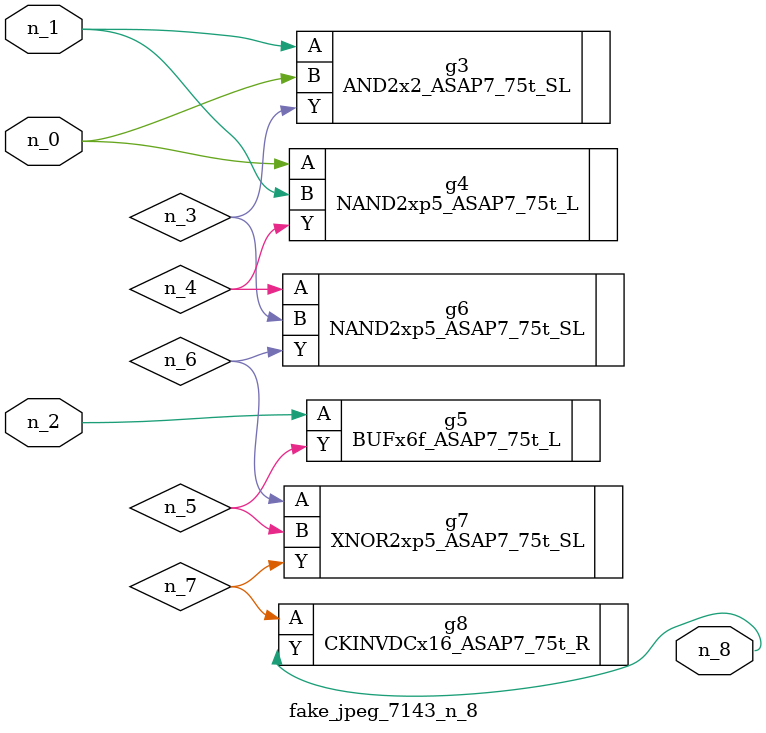
<source format=v>
module fake_jpeg_7143_n_8 (n_0, n_2, n_1, n_8);

input n_0;
input n_2;
input n_1;

output n_8;

wire n_3;
wire n_4;
wire n_6;
wire n_5;
wire n_7;

AND2x2_ASAP7_75t_SL g3 ( 
.A(n_1),
.B(n_0),
.Y(n_3)
);

NAND2xp5_ASAP7_75t_L g4 ( 
.A(n_0),
.B(n_1),
.Y(n_4)
);

BUFx6f_ASAP7_75t_L g5 ( 
.A(n_2),
.Y(n_5)
);

NAND2xp5_ASAP7_75t_SL g6 ( 
.A(n_4),
.B(n_3),
.Y(n_6)
);

XNOR2xp5_ASAP7_75t_SL g7 ( 
.A(n_6),
.B(n_5),
.Y(n_7)
);

CKINVDCx16_ASAP7_75t_R g8 ( 
.A(n_7),
.Y(n_8)
);


endmodule
</source>
